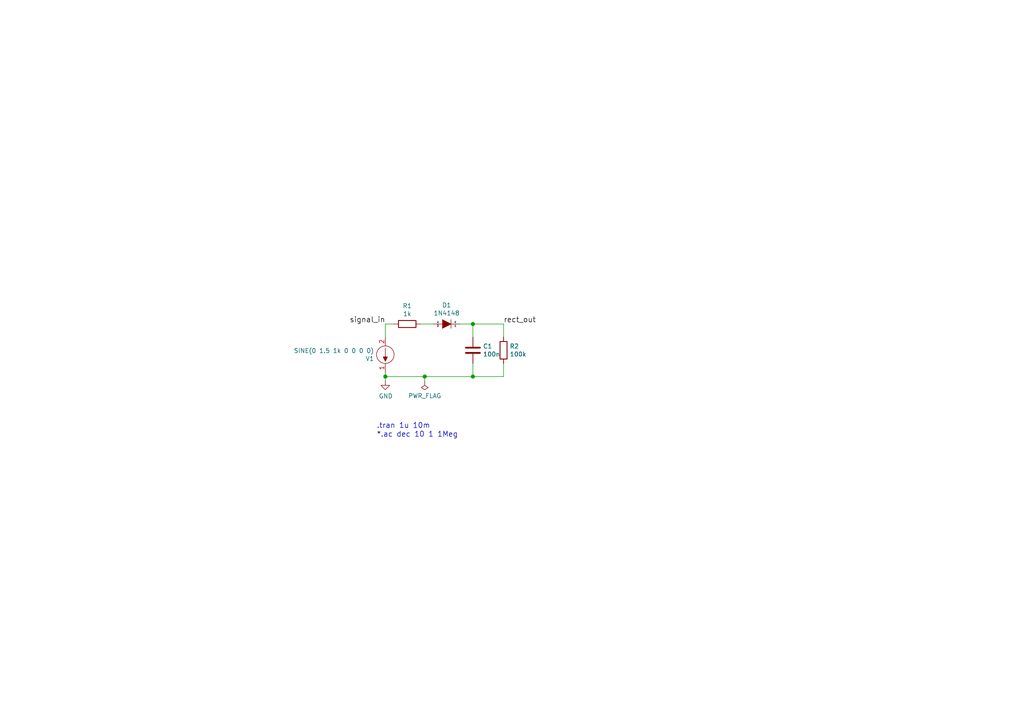
<source format=kicad_sch>
(kicad_sch (version 20201015) (generator eeschema)
  (page 1 1)
  (paper "A4")
  (lib_symbols
    (symbol "power:PWR_FLAG" (power) (pin_numbers hide) (pin_names (offset 0) hide)
      (property "Value" "PWR_FLAG" (at 0 3.81 0))
      (symbol "PWR_FLAG_0_1"
        (polyline (pts (xy 0 0) (xy 0 1.27) (xy -1.016 1.905) (xy 0 2.54) (xy 1.016 1.905) (xy 0 1.27)))
      )
      (symbol "PWR_FLAG_0_0"
        (pin power_out line (at 0 0 90) (length 0) (name "pwr") (number "1"))
      )
    )
    (symbol "rectifier_schlib:C" (pin_numbers hide) (pin_names (offset 0.254))
      (property "Reference" "C" (at 0.635 2.54 0))
      (property "Value" "C" (at 0.635 -2.54 0))
      (symbol "C_0_1"
        (polyline (pts (xy -2.032 -0.762) (xy 2.032 -0.762)) (stroke (width 0.508)))
        (polyline (pts (xy -2.032 0.762) (xy 2.032 0.762)) (stroke (width 0.508)))
      )
      (symbol "C_1_1"
        (pin passive line (at 0 3.81 270) (length 2.794) (name "~") (number "1"))
        (pin passive line (at 0 -3.81 90) (length 2.794) (name "~") (number "2"))
      )
    )
    (symbol "rectifier_schlib:D" (pin_names (offset 0))
      (property "Reference" "D" (at 0 2.54 0))
      (property "Value" "D" (at 0 -2.54 0))
      (symbol "D_0_1"
        (polyline (pts (xy -1.27 1.27) (xy -1.27 -1.27)) (stroke (width 0.1524)))
        (polyline (pts (xy 1.27 1.27) (xy -1.27 0) (xy 1.27 -1.27)) (fill (type outline)))
      )
      (symbol "D_1_1"
        (pin passive line (at -3.81 0 0) (length 2.54) (name "K") (number "1"))
        (pin passive line (at 3.81 0 180) (length 2.54) (name "A") (number "2"))
      )
    )
    (symbol "rectifier_schlib:GND" (power) (pin_names (offset 0))
      (property "Value" "GND" (at 0 -3.1242 0))
      (symbol "GND_0_1"
        (polyline (pts (xy 0 0) (xy 0 -1.27) (xy 1.27 -1.27) (xy 0 -2.54) (xy -1.27 -1.27) (xy 0 -1.27)))
      )
      (symbol "GND_1_1"
        (pin power_in line (at 0 0 270) (length 0) hide (name "GND") (number "1"))
      )
    )
    (symbol "rectifier_schlib:R" (pin_numbers hide) (pin_names (offset 0))
      (property "Reference" "R" (at 2.032 0 90))
      (property "Value" "R" (at 0 0 90))
      (symbol "R_0_1"
        (rectangle (start -1.016 -2.54) (end 1.016 2.54) (stroke (width 0.254)))
      )
      (symbol "R_1_1"
        (pin passive line (at 0 3.81 270) (length 1.27) (name "~") (number "1"))
        (pin passive line (at 0 -3.81 90) (length 1.27) (name "~") (number "2"))
      )
    )
    (symbol "rectifier_schlib:VSOURCE" (pin_names (offset 1.016))
      (property "Reference" "V" (at 5.08 5.08 0))
      (symbol "VSOURCE_0_1"
        (circle (center 0 0) (radius 2.54))
        (polyline (pts (xy 0 -1.905) (xy 0 1.905)))
        (polyline (pts (xy 0 1.905) (xy -0.635 0.635) (xy 0.635 0.635) (xy 0 1.905)) (fill (type outline)))
      )
      (symbol "VSOURCE_1_1"
        (pin input line (at 0 5.08 270) (length 2.54) (name "~") (number "1"))
        (pin input line (at 0 -5.08 90) (length 2.54) (name "~") (number "2"))
      )
    )
  )
  (junction (at 111.76 109.22) (diameter 1.016))
  (junction (at 123.19 109.22) (diameter 1.016))
  (junction (at 137.16 93.98) (diameter 1.016))
  (junction (at 137.16 109.22) (diameter 1.016))
  (wire (pts (xy 111.76 93.98) (xy 114.3 93.98)))
  (wire (pts (xy 111.76 97.79) (xy 111.76 93.98)))
  (wire (pts (xy 111.76 109.22) (xy 111.76 107.95)))
  (wire (pts (xy 111.76 109.22) (xy 123.19 109.22)))
  (wire (pts (xy 111.76 110.49) (xy 111.76 109.22)))
  (wire (pts (xy 121.92 93.98) (xy 125.73 93.98)))
  (wire (pts (xy 123.19 109.22) (xy 123.19 110.49)))
  (wire (pts (xy 123.19 109.22) (xy 137.16 109.22)))
  (wire (pts (xy 133.35 93.98) (xy 137.16 93.98)))
  (wire (pts (xy 137.16 93.98) (xy 146.05 93.98)))
  (wire (pts (xy 137.16 97.79) (xy 137.16 93.98)))
  (wire (pts (xy 137.16 109.22) (xy 137.16 105.41)))
  (wire (pts (xy 137.16 109.22) (xy 146.05 109.22)))
  (wire (pts (xy 146.05 93.98) (xy 146.05 97.79)))
  (wire (pts (xy 146.05 109.22) (xy 146.05 105.41)))
  (text ".tran 1u 10m\n" (at 109.22 124.46 0) (effects (font (size 1.524 1.524)) (justify left bottom)))
  (text "*.ac dec 10 1 1Meg\n" (at 109.22 127 0) (effects (font (size 1.524 1.524)) (justify left bottom)))
  (label "signal_in" (at 111.76 93.98 180) (effects (font (size 1.524 1.524))))
  (label "rect_out" (at 146.05 93.98 0) (effects (font (size 1.524 1.524))))
  (symbol (lib_id "power:PWR_FLAG") (at 123.19 110.49 180) (unit 1)
    (property "Reference" "#FLG0101" (effects hide))
    (property "Value" "PWR_FLAG" (at 123.19 114.8144 0))
  )
  (symbol (lib_id "rectifier_schlib:GND") (at 111.76 110.49 0) (unit 1)
    (property "Reference" "#PWR01" (effects hide))
    (property "Value" "GND" (at 111.887 114.8842 0))
  )
  (symbol (lib_id "rectifier_schlib:R") (at 118.11 93.98 270) (unit 1)
    (property "Reference" "R1" (at 118.11 88.7222 90))
    (property "Value" "1k" (at 118.11 91.0336 90))
    (property "Fieldname" "Value" (effects hide))
    (property "SpiceMapping" "1 2" (effects hide))
    (property "Spice_Primitive" "R" (effects hide))
  )
  (symbol (lib_id "rectifier_schlib:R") (at 146.05 101.6 180) (unit 1)
    (property "Reference" "R2" (at 147.828 100.4316 0) (effects (justify right)))
    (property "Value" "100k" (at 147.828 102.743 0) (effects (justify right)))
    (property "Fieldname" "Value" (effects hide))
    (property "SpiceMapping" "1 2" (effects hide))
    (property "Spice_Primitive" "R" (effects hide))
  )
  (symbol (lib_id "rectifier_schlib:D") (at 129.54 93.98 180) (unit 1)
    (property "Reference" "D1" (at 129.54 88.519 0))
    (property "Value" "1N4148" (at 129.54 90.8304 0))
    (property "Fieldname" "Value" (effects hide))
    (property "Spice_Primitive" "D" (effects hide))
    (property "Spice_Node_Sequence" "2 1" (effects hide))
    (property "Spice_Model" "1N4148" (effects hide))
    (property "Spice_Netlist_Enabled" "Y" (effects hide))
    (property "Spice_Lib_File" "diode.mod" (effects hide))
  )
  (symbol (lib_id "rectifier_schlib:C") (at 137.16 101.6 0) (unit 1)
    (property "Reference" "C1" (at 140.081 100.4316 0) (effects (justify left)))
    (property "Value" "100n" (at 140.081 102.743 0) (effects (justify left)))
    (property "Fieldname" "Value" (effects hide))
    (property "Spice_Primitive" "C" (effects hide))
    (property "SpiceMapping" "1 2" (effects hide))
  )
  (symbol (lib_id "rectifier_schlib:VSOURCE") (at 111.76 102.87 180) (unit 1)
    (property "Reference" "V1" (at 108.5088 104.0384 0) (effects (justify left)))
    (property "Value" "SINE(0 1.5 1k 0 0 0 0)" (at 108.5088 101.727 0) (effects (justify left)))
    (property "Fieldname" "Value" (effects hide))
    (property "Spice_Primitive" "V" (effects hide))
    (property "Spice_Node_Sequence" "1 2" (effects hide))
  )
)
</source>
